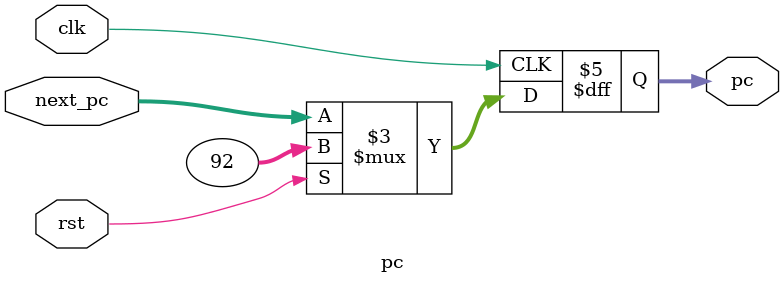
<source format=v>
module pc(
    input rst, clk,
    input [31: 0] next_pc,

    output reg [31: 0] pc
);

always @(posedge clk) begin
    if(rst) pc <= 32'h5c;//5c
    else pc <= next_pc;
end

endmodule
</source>
